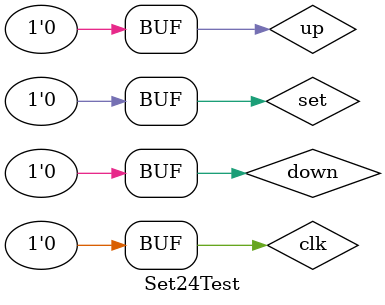
<source format=v>
`timescale 1ns / 1ps


module Set24Test;

	// Inputs
	reg clk;
	reg set;
	reg up;
	reg down;

	// Outputs
	wire propagate;
	wire [4:0] hours;
	wire [5:0] minutes;
	wire [1:0] currentState;

	// Instantiate the Unit Under Test (UUT)
	Set24 uut (
		.clk(clk), 
		.set(set), 
		.up(up), 
		.down(down), 
		.propagate(propagate), 
		.hours(hours), 
		.minutes(minutes),
		.currentState(currentState)
	);

	initial begin
		// Initialize Inputs
		clk = 0;
		set = 0;
		up = 0;
		down = 0;
		
		#10;
		up = 1;
		#10;
		up = 0;
		
		
		#10;
		set = 1;
		#10;
		set = 0;
		
		
		#10;
		up = 1;
		#10;
		up = 0;
		
		#10;
		set = 1;
		#10;
		set = 0;
		
		#10;
		set = 1;
		#10;
		set = 0;
		
	end
	
	always begin
		#10; clk = 1;
		#10; clk = 0;
	end
      
endmodule


</source>
